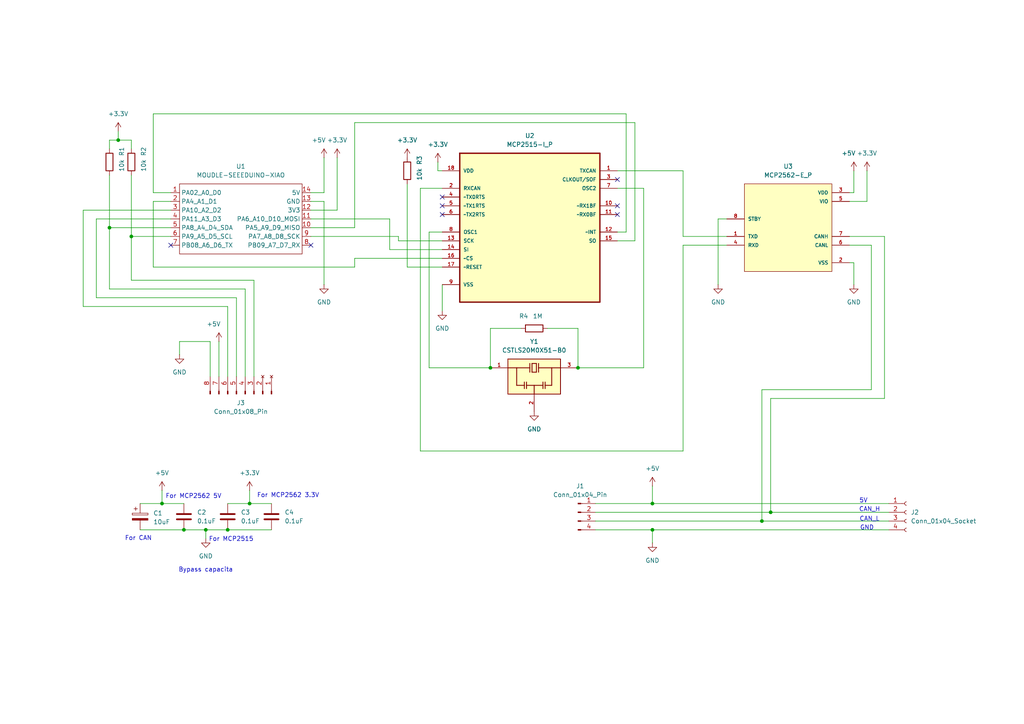
<source format=kicad_sch>
(kicad_sch (version 20231120) (generator "eeschema") (generator_version "8.0")
  (paper "A4")
  (title_block (title "情碁 碁盤") (date "2024-08-12") (rev "0.3") (company "合同会社もっけ技研") (comment 1 "設計者: 渥美 清隆"))
  (lib_symbols
    (symbol "CSTLS20M0X51-B0:CSTLS20M0X51-B0" (pin_names (offset 1.016))
      (property "Reference" "Y1" (at 0 10.16 0))
      (property "Value" "CSTLS20M0X51-B0" (at 0 7.62 0))
      (symbol "CSTLS20M0X51-B0_0_0"
        (rectangle (start -7.62 -5.08) (end 7.62 5.08) (stroke (width 0.254)) (fill (type background)))
        (polyline (pts (xy -7.62 2.54) (xy -5.08 2.54)) (stroke (width 0.254)))
        (polyline (pts (xy -5.08 -2.54) (xy -5.08 2.54)) (stroke (width 0.254)))
        (polyline (pts (xy -5.08 2.54) (xy -1.27 2.54)) (stroke (width 0.254)))
        (polyline (pts (xy -2.8575 -2.54) (xy -5.08 -2.54)) (stroke (width 0.254)))
        (polyline (pts (xy -2.8575 -2.54) (xy -2.8575 -3.4925)) (stroke (width 0.254)))
        (polyline (pts (xy -2.8575 -1.5875) (xy -2.8575 -2.54)) (stroke (width 0.254)))
        (polyline (pts (xy -2.2225 -2.54) (xy -2.2225 -3.4925)) (stroke (width 0.254)))
        (polyline (pts (xy -2.2225 -1.5875) (xy -2.2225 -2.54)) (stroke (width 0.254)))
        (polyline (pts (xy -1.27 2.54) (xy -1.27 1.27)) (stroke (width 0.254)))
        (polyline (pts (xy -1.27 3.81) (xy -1.27 2.54)) (stroke (width 0.254)))
        (polyline (pts (xy -0.635 1.27) (xy -0.635 3.81)) (stroke (width 0.254)))
        (polyline (pts (xy -0.635 3.81) (xy 0.635 3.81)) (stroke (width 0.254)))
        (polyline (pts (xy 0 -5.08) (xy 0 -2.54)) (stroke (width 0.254)))
        (polyline (pts (xy 0 -2.54) (xy -2.2225 -2.54)) (stroke (width 0.254)))
        (polyline (pts (xy 0 -2.54) (xy 2.54 -2.54)) (stroke (width 0.254)))
        (polyline (pts (xy 0.635 1.27) (xy -0.635 1.27)) (stroke (width 0.254)))
        (polyline (pts (xy 0.635 3.81) (xy 0.635 1.27)) (stroke (width 0.254)))
        (polyline (pts (xy 1.27 2.54) (xy 1.27 1.27)) (stroke (width 0.254)))
        (polyline (pts (xy 1.27 2.54) (xy 5.08 2.54)) (stroke (width 0.254)))
        (polyline (pts (xy 1.27 3.81) (xy 1.27 2.54)) (stroke (width 0.254)))
        (polyline (pts (xy 2.54 -2.54) (xy 2.54 -3.4925)) (stroke (width 0.254)))
        (polyline (pts (xy 2.54 -1.5875) (xy 2.54 -2.54)) (stroke (width 0.254)))
        (polyline (pts (xy 3.175 -2.54) (xy 3.175 -3.4925)) (stroke (width 0.254)))
        (polyline (pts (xy 3.175 -2.54) (xy 5.08 -2.54)) (stroke (width 0.254)))
        (polyline (pts (xy 3.175 -1.5875) (xy 3.175 -2.54)) (stroke (width 0.254)))
        (polyline (pts (xy 5.08 -2.54) (xy 5.08 2.54)) (stroke (width 0.254)))
        (polyline (pts (xy 5.08 2.54) (xy 7.62 2.54)) (stroke (width 0.254)))
        (pin output line (at -12.7 2.54 0) (length 5.08) (name "~") (number "1"))
        (pin power_in line (at 0 -10.16 90) (length 5.08) (name "~") (number "2"))
        (pin input line (at 12.7 2.54 180) (length 5.08) (name "~") (number "3"))
      )
    )
    (symbol "Connector:Conn_01x04_Pin" (pin_names (offset 1.016) hide)
      (property "Reference" "J1" (at 0.635 7.62 0))
      (property "Value" "Conn_01x04_Pin" (at 0.635 5.08 0))
      (symbol "Conn_01x04_Pin_1_1"
        (polyline (pts (xy 1.27 -5.08) (xy 0.8636 -5.08)) (stroke (width 0.1524)))
        (polyline (pts (xy 1.27 -2.54) (xy 0.8636 -2.54)) (stroke (width 0.1524)))
        (polyline (pts (xy 1.27 0) (xy 0.8636 0)) (stroke (width 0.1524)))
        (polyline (pts (xy 1.27 2.54) (xy 0.8636 2.54)) (stroke (width 0.1524)))
        (rectangle (start 0.8636 -4.953) (end 0 -5.207) (stroke (width 0.1524)) (fill (type outline)))
        (rectangle (start 0.8636 -2.413) (end 0 -2.667) (stroke (width 0.1524)) (fill (type outline)))
        (rectangle (start 0.8636 0.127) (end 0 -0.127) (stroke (width 0.1524)) (fill (type outline)))
        (rectangle (start 0.8636 2.667) (end 0 2.413) (stroke (width 0.1524)) (fill (type outline)))
        (pin power_in line (at 5.08 2.54 180) (length 3.81) (name "5V") (number "1"))
        (pin bidirectional line (at 5.08 0 180) (length 3.81) (name "CAN_H") (number "2"))
        (pin bidirectional line (at 5.08 -2.54 180) (length 3.81) (name "CAN_L") (number "3"))
        (pin power_in line (at 5.08 -5.08 180) (length 3.81) (name "GND") (number "4"))
      )
    )
    (symbol "Connector:Conn_01x04_Socket" (pin_names (offset 1.016) hide)
      (property "Reference" "J2" (at 1.27 0.0001 0))
      (property "Value" "Conn_01x04_Socket" (at 1.27 -2.5399 0))
      (symbol "Conn_01x04_Socket_1_1"
        (arc (start 0 -4.572) (mid -0.5058 -5.08) (end 0 -5.588) (stroke (width 0.1524)))
        (arc (start 0 -2.032) (mid -0.5058 -2.54) (end 0 -3.048) (stroke (width 0.1524)))
        (polyline (pts (xy -1.27 -5.08) (xy -0.508 -5.08)) (stroke (width 0.1524)))
        (polyline (pts (xy -1.27 -2.54) (xy -0.508 -2.54)) (stroke (width 0.1524)))
        (polyline (pts (xy -1.27 0) (xy -0.508 0)) (stroke (width 0.1524)))
        (polyline (pts (xy -1.27 2.54) (xy -0.508 2.54)) (stroke (width 0.1524)))
        (arc (start 0 0.508) (mid -0.5058 0) (end 0 -0.508) (stroke (width 0.1524)))
        (arc (start 0 3.048) (mid -0.5058 2.54) (end 0 2.032) (stroke (width 0.1524)))
        (pin power_out line (at -5.08 2.54 0) (length 3.81) (name "5V") (number "1"))
        (pin bidirectional line (at -5.08 0 0) (length 3.81) (name "CAN_H") (number "2"))
        (pin bidirectional line (at -5.08 -2.54 0) (length 3.81) (name "CAN_L") (number "3"))
        (pin power_out line (at -5.08 -5.08 0) (length 3.81) (name "GND") (number "4"))
      )
    )
    (symbol "Connector:Conn_01x08_Pin" (pin_names (offset 1.016) hide)
      (property "Reference" "J3" (at -2.54 -1.27 90))
      (property "Value" "Conn_01x08_Pin" (at -5.08 -1.27 90))
      (symbol "Conn_01x08_Pin_1_1"
        (polyline (pts (xy 1.27 -10.16) (xy 0.8636 -10.16)) (stroke (width 0.1524)))
        (polyline (pts (xy 1.27 -7.62) (xy 0.8636 -7.62)) (stroke (width 0.1524)))
        (polyline (pts (xy 1.27 -5.08) (xy 0.8636 -5.08)) (stroke (width 0.1524)))
        (polyline (pts (xy 1.27 -2.54) (xy 0.8636 -2.54)) (stroke (width 0.1524)))
        (polyline (pts (xy 1.27 0) (xy 0.8636 0)) (stroke (width 0.1524)))
        (polyline (pts (xy 1.27 2.54) (xy 0.8636 2.54)) (stroke (width 0.1524)))
        (polyline (pts (xy 1.27 5.08) (xy 0.8636 5.08)) (stroke (width 0.1524)))
        (polyline (pts (xy 1.27 7.62) (xy 0.8636 7.62)) (stroke (width 0.1524)))
        (rectangle (start 0.8636 -10.033) (end 0 -10.287) (stroke (width 0.1524)) (fill (type outline)))
        (rectangle (start 0.8636 -7.493) (end 0 -7.747) (stroke (width 0.1524)) (fill (type outline)))
        (rectangle (start 0.8636 -4.953) (end 0 -5.207) (stroke (width 0.1524)) (fill (type outline)))
        (rectangle (start 0.8636 -2.413) (end 0 -2.667) (stroke (width 0.1524)) (fill (type outline)))
        (rectangle (start 0.8636 0.127) (end 0 -0.127) (stroke (width 0.1524)) (fill (type outline)))
        (rectangle (start 0.8636 2.667) (end 0 2.413) (stroke (width 0.1524)) (fill (type outline)))
        (rectangle (start 0.8636 5.207) (end 0 4.953) (stroke (width 0.1524)) (fill (type outline)))
        (rectangle (start 0.8636 7.747) (end 0 7.493) (stroke (width 0.1524)) (fill (type outline)))
        (pin no_connect line (at 5.08 7.62 180) (length 3.81) (name "Pin_1") (number "1"))
        (pin no_connect line (at 5.08 5.08 180) (length 3.81) (name "Pin_2") (number "2"))
        (pin output line (at 5.08 2.54 180) (length 3.81) (name "Pin_3") (number "3"))
        (pin bidirectional line (at 5.08 0 180) (length 3.81) (name "Pin_4") (number "4"))
        (pin input line (at 5.08 -2.54 180) (length 3.81) (name "Pin_5") (number "5"))
        (pin output line (at 5.08 -5.08 180) (length 3.81) (name "Pin_6") (number "6"))
        (pin power_in line (at 5.08 -7.62 180) (length 3.81) (name "Pin_7") (number "7"))
        (pin power_in line (at 5.08 -10.16 180) (length 3.81) (name "Pin_8") (number "8"))
      )
    )
    (symbol "Device:C" (pin_numbers hide) (pin_names (offset 0.254))
      (property "Reference" "C" (at 0.635 2.54 0))
      (property "Value" "C" (at 0.635 -2.54 0))
      (symbol "C_0_1"
        (polyline (pts (xy -2.032 -0.762) (xy 2.032 -0.762)) (stroke (width 0.508)))
        (polyline (pts (xy -2.032 0.762) (xy 2.032 0.762)) (stroke (width 0.508)))
      )
      (symbol "C_1_1"
        (pin passive line (at 0 3.81 270) (length 2.794) (name "~") (number "1"))
        (pin passive line (at 0 -3.81 90) (length 2.794) (name "~") (number "2"))
      )
    )
    (symbol "Device:C_Polarized" (pin_numbers hide) (pin_names (offset 0.254))
      (property "Reference" "C" (at 0.635 2.54 0))
      (property "Value" "C_Polarized" (at 0.635 -2.54 0))
      (symbol "C_Polarized_0_1"
        (rectangle (start -2.286 0.508) (end 2.286 1.016))
        (polyline (pts (xy -1.778 2.286) (xy -0.762 2.286)))
        (polyline (pts (xy -1.27 2.794) (xy -1.27 1.778)))
        (rectangle (start 2.286 -0.508) (end -2.286 -1.016) (fill (type outline)))
      )
      (symbol "C_Polarized_1_1"
        (pin passive line (at 0 3.81 270) (length 2.794) (name "~") (number "1"))
        (pin passive line (at 0 -3.81 90) (length 2.794) (name "~") (number "2"))
      )
    )
    (symbol "Device:R" (pin_numbers hide) (pin_names (offset 0))
      (property "Reference" "R" (at 2.032 0 90))
      (property "Value" "R" (at 0 0 90))
      (symbol "R_0_1"
        (rectangle (start -1.016 -2.54) (end 1.016 2.54) (stroke (width 0.254)))
      )
      (symbol "R_1_1"
        (pin passive line (at 0 3.81 270) (length 1.27) (name "~") (number "1"))
        (pin passive line (at 0 -3.81 90) (length 1.27) (name "~") (number "2"))
      )
    )
    (symbol "MCP2515-I_P:MCP2515-I_P" (pin_names (offset 1.016))
      (property "Reference" "U" (at -5.1308 20.2692 0))
      (property "Value" "MCP2515-I_P" (at -5.2324 -29.718 0))
      (symbol "MCP2515-I_P_0_0"
        (rectangle (start -20.32 -25.4) (end 20.32 17.78) (stroke (width 0.4064)) (fill (type background)))
        (pin output line (at 25.4 12.7 180) (length 5.08) (name "TXCAN") (number "1"))
        (pin output line (at 25.4 2.54 180) (length 5.08) (name "~RX1BF") (number "10"))
        (pin output line (at 25.4 0 180) (length 5.08) (name "~RX0BF") (number "11"))
        (pin output line (at 25.4 -5.08 180) (length 5.08) (name "~INT") (number "12"))
        (pin input line (at -25.4 -7.62 0) (length 5.08) (name "SCK") (number "13"))
        (pin input line (at -25.4 -10.16 0) (length 5.08) (name "SI") (number "14"))
        (pin output line (at 25.4 -7.62 180) (length 5.08) (name "SO") (number "15"))
        (pin input line (at -25.4 -12.7 0) (length 5.08) (name "~CS") (number "16"))
        (pin input line (at -25.4 -15.24 0) (length 5.08) (name "~RESET") (number "17"))
        (pin power_in line (at -25.4 12.7 0) (length 5.08) (name "VDD") (number "18"))
        (pin input line (at -25.4 7.62 0) (length 5.08) (name "RXCAN") (number "2"))
        (pin output line (at 25.4 10.16 180) (length 5.08) (name "CLKOUT/SOF") (number "3"))
        (pin input line (at -25.4 5.08 0) (length 5.08) (name "~TX0RTS") (number "4"))
        (pin input line (at -25.4 2.54 0) (length 5.08) (name "~TX1RTS") (number "5"))
        (pin input line (at -25.4 0 0) (length 5.08) (name "~TX2RTS") (number "6"))
        (pin output line (at 25.4 7.62 180) (length 5.08) (name "OSC2") (number "7"))
        (pin input line (at -25.4 -5.08 0) (length 5.08) (name "OSC1") (number "8"))
        (pin power_in line (at -25.4 -20.32 0) (length 5.08) (name "VSS") (number "9"))
      )
    )
    (symbol "MCP2562-E_P:MCP2562-E_P" (pin_names (offset 1.016))
      (property "Reference" "U" (at -12.7 12.7 0))
      (property "Value" "MCP2562-E_P" (at -12.7 -15.24 0))
      (symbol "MCP2562-E_P_0_0"
        (rectangle (start -12.7 -12.7) (end 12.7 12.7) (stroke (width 0.1524)) (fill (type background)))
        (pin input line (at -17.78 -2.54 0) (length 5.08) (name "TXD") (number "1"))
        (pin power_in line (at 17.78 -10.16 180) (length 5.08) (name "VSS") (number "2"))
        (pin power_in line (at 17.78 10.16 180) (length 5.08) (name "VDD") (number "3"))
        (pin output line (at -17.78 -5.08 0) (length 5.08) (name "RXD") (number "4"))
        (pin power_in line (at 17.78 7.62 180) (length 5.08) (name "VIO") (number "5"))
        (pin bidirectional line (at 17.78 -5.08 180) (length 5.08) (name "CANL") (number "6"))
        (pin bidirectional line (at 17.78 -2.54 180) (length 5.08) (name "CANH") (number "7"))
        (pin input line (at -17.78 2.54 0) (length 5.08) (name "STBY") (number "8"))
      )
    )
    (symbol "MOUDLE-SEEEDUINO-XIAO:MOUDLE-SEEEDUINO-XIAO"
      (property "Reference" "U1" (at 1.27 15.24 0))
      (property "Value" "MOUDLE-SEEEDUINO-XIAO" (at 1.27 12.7 0))
      (symbol "MOUDLE-SEEEDUINO-XIAO_0_1"
        (rectangle (start -16.51 10.16) (end 19.05 -10.16))
      )
      (symbol "MOUDLE-SEEEDUINO-XIAO_1_1"
        (pin input line (at -19.05 7.62 0) (length 2.54) (name "PA02_A0_D0") (number "1"))
        (pin input line (at 21.59 -2.54 180) (length 2.54) (name "PA5_A9_D9_MISO") (number "10"))
        (pin output line (at 21.59 0 180) (length 2.54) (name "PA6_A10_D10_MOSI") (number "11"))
        (pin power_out line (at 21.59 2.54 180) (length 2.54) (name "3V3") (number "12"))
        (pin power_in line (at 21.59 5.08 180) (length 2.54) (name "GND") (number "13"))
        (pin power_in line (at 21.59 7.62 180) (length 2.54) (name "5V") (number "14"))
        (pin output line (at -19.05 5.08 0) (length 2.54) (name "PA4_A1_D1") (number "2"))
        (pin input line (at -19.05 2.54 0) (length 2.54) (name "PA10_A2_D2") (number "3"))
        (pin output line (at -19.05 0 0) (length 2.54) (name "PA11_A3_D3") (number "4"))
        (pin bidirectional line (at -19.05 -2.54 0) (length 2.54) (name "PA8_A4_D4_SDA") (number "5"))
        (pin input line (at -19.05 -5.08 0) (length 2.54) (name "PA9_A5_D5_SCL") (number "6"))
        (pin passive line (at -19.05 -7.62 0) (length 2.54) (name "PB08_A6_D6_TX") (number "7"))
        (pin passive line (at 21.59 -7.62 180) (length 2.54) (name "PB09_A7_D7_RX") (number "8"))
        (pin output line (at 21.59 -5.08 180) (length 2.54) (name "PA7_A8_D8_SCK") (number "9"))
      )
    )
    (symbol "power:+3.3V" (power) (pin_numbers hide) (pin_names (offset 0) hide)
      (property "Value" "+3.3V" (at 0 3.556 0))
      (symbol "+3.3V_0_1"
        (polyline (pts (xy -0.762 1.27) (xy 0 2.54)))
        (polyline (pts (xy 0 0) (xy 0 2.54)))
        (polyline (pts (xy 0 2.54) (xy 0.762 1.27)))
      )
      (symbol "+3.3V_1_1"
        (pin power_in line (at 0 0 90) (length 0) (name "~") (number "1"))
      )
    )
    (symbol "power:+5V" (power) (pin_numbers hide) (pin_names (offset 0) hide)
      (property "Value" "+5V" (at 0 3.556 0))
      (symbol "+5V_0_1"
        (polyline (pts (xy -0.762 1.27) (xy 0 2.54)))
        (polyline (pts (xy 0 0) (xy 0 2.54)))
        (polyline (pts (xy 0 2.54) (xy 0.762 1.27)))
      )
      (symbol "+5V_1_1"
        (pin power_in line (at 0 0 90) (length 0) (name "~") (number "1"))
      )
    )
    (symbol "power:GND" (power) (pin_numbers hide) (pin_names (offset 0) hide)
      (property "Value" "GND" (at 0 -3.81 0))
      (symbol "GND_0_1"
        (polyline (pts (xy 0 0) (xy 0 -1.27) (xy 1.27 -1.27) (xy 0 -2.54) (xy -1.27 -1.27) (xy 0 -1.27)))
      )
      (symbol "GND_1_1"
        (pin power_in line (at 0 0 270) (length 0) (name "~") (number "1"))
      )
    )
  )
  (junction (at 59.69 153.67))
  (junction (at 220.98 151.13))
  (junction (at 189.23 146.05))
  (junction (at 72.39 146.05))
  (junction (at 34.29 40.64))
  (junction (at 189.23 153.67))
  (junction (at 38.1 68.58))
  (junction (at 223.52 148.59))
  (junction (at 46.99 146.05))
  (junction (at 167.64 106.68))
  (junction (at 66.04 153.67))
  (junction (at 142.24 106.68))
  (junction (at 53.34 153.67))
  (junction (at 31.75 66.04))
  (no_connect (at 179.07 59.69))
  (no_connect (at 179.07 52.07))
  (no_connect (at 128.27 57.15))
  (no_connect (at 90.17 71.12))
  (no_connect (at 128.27 62.23))
  (no_connect (at 128.27 59.69))
  (no_connect (at 49.53 71.12))
  (no_connect (at 179.07 62.23))
  (wire (pts (xy 44.45 77.47) (xy 44.45 58.42)))
  (wire (pts (xy 44.45 58.42) (xy 49.53 58.42)))
  (wire (pts (xy 102.87 74.93) (xy 102.87 77.47)))
  (wire (pts (xy 27.94 63.5) (xy 49.53 63.5)))
  (wire (pts (xy 31.75 66.04) (xy 49.53 66.04)))
  (wire (pts (xy 158.75 95.25) (xy 167.64 95.25)))
  (wire (pts (xy 167.64 106.68) (xy 167.64 95.25)))
  (wire (pts (xy 246.38 68.58) (xy 256.54 68.58)))
  (wire (pts (xy 210.82 63.5) (xy 208.28 63.5)))
  (wire (pts (xy 247.65 55.88) (xy 247.65 49.53)))
  (wire (pts (xy 172.72 148.59) (xy 223.52 148.59)))
  (wire (pts (xy 44.45 33.02) (xy 181.61 33.02)))
  (wire (pts (xy 220.98 151.13) (xy 257.81 151.13)))
  (wire (pts (xy 40.64 153.67) (xy 53.34 153.67)))
  (wire (pts (xy 115.57 69.85) (xy 128.27 69.85)))
  (wire (pts (xy 252.73 71.12) (xy 252.73 113.03)))
  (wire (pts (xy 59.69 153.67) (xy 66.04 153.67)))
  (wire (pts (xy 181.61 67.31) (xy 179.07 67.31)))
  (wire (pts (xy 208.28 63.5) (xy 208.28 82.55)))
  (wire (pts (xy 246.38 55.88) (xy 247.65 55.88)))
  (wire (pts (xy 90.17 60.96) (xy 97.79 60.96)))
  (wire (pts (xy 198.12 71.12) (xy 210.82 71.12)))
  (wire (pts (xy 246.38 71.12) (xy 252.73 71.12)))
  (wire (pts (xy 223.52 148.59) (xy 257.81 148.59)))
  (wire (pts (xy 97.79 60.96) (xy 97.79 45.72)))
  (wire (pts (xy 184.15 35.56) (xy 184.15 69.85)))
  (wire (pts (xy 128.27 74.93) (xy 102.87 74.93)))
  (wire (pts (xy 73.66 81.28) (xy 73.66 109.22)))
  (wire (pts (xy 223.52 115.57) (xy 223.52 148.59)))
  (wire (pts (xy 124.46 106.68) (xy 124.46 67.31)))
  (wire (pts (xy 31.75 43.18) (xy 31.75 40.64)))
  (wire (pts (xy 121.92 54.61) (xy 121.92 130.81)))
  (wire (pts (xy 198.12 68.58) (xy 210.82 68.58)))
  (wire (pts (xy 256.54 115.57) (xy 223.52 115.57)))
  (wire (pts (xy 93.98 58.42) (xy 93.98 82.55)))
  (wire (pts (xy 220.98 113.03) (xy 220.98 151.13)))
  (wire (pts (xy 142.24 106.68) (xy 124.46 106.68)))
  (wire (pts (xy 198.12 49.53) (xy 198.12 68.58)))
  (wire (pts (xy 71.12 109.22) (xy 71.12 83.82)))
  (wire (pts (xy 90.17 66.04) (xy 102.87 66.04)))
  (wire (pts (xy 186.69 54.61) (xy 179.07 54.61)))
  (wire (pts (xy 93.98 55.88) (xy 93.98 45.72)))
  (wire (pts (xy 40.64 146.05) (xy 46.99 146.05)))
  (wire (pts (xy 189.23 140.97) (xy 189.23 146.05)))
  (wire (pts (xy 38.1 68.58) (xy 49.53 68.58)))
  (wire (pts (xy 198.12 130.81) (xy 198.12 71.12)))
  (wire (pts (xy 52.07 99.06) (xy 52.07 102.87)))
  (wire (pts (xy 181.61 33.02) (xy 181.61 67.31)))
  (wire (pts (xy 68.58 86.36) (xy 27.94 86.36)))
  (wire (pts (xy 31.75 50.8) (xy 31.75 66.04)))
  (wire (pts (xy 189.23 153.67) (xy 189.23 157.48)))
  (wire (pts (xy 38.1 68.58) (xy 38.1 81.28)))
  (wire (pts (xy 252.73 113.03) (xy 220.98 113.03)))
  (wire (pts (xy 113.03 72.39) (xy 128.27 72.39)))
  (wire (pts (xy 34.29 38.1) (xy 34.29 40.64)))
  (wire (pts (xy 46.99 146.05) (xy 53.34 146.05)))
  (wire (pts (xy 31.75 40.64) (xy 34.29 40.64)))
  (wire (pts (xy 184.15 69.85) (xy 179.07 69.85)))
  (wire (pts (xy 53.34 153.67) (xy 59.69 153.67)))
  (wire (pts (xy 172.72 153.67) (xy 189.23 153.67)))
  (wire (pts (xy 128.27 54.61) (xy 121.92 54.61)))
  (wire (pts (xy 73.66 81.28) (xy 38.1 81.28)))
  (wire (pts (xy 179.07 49.53) (xy 198.12 49.53)))
  (wire (pts (xy 27.94 86.36) (xy 27.94 63.5)))
  (wire (pts (xy 46.99 142.24) (xy 46.99 146.05)))
  (wire (pts (xy 59.69 153.67) (xy 59.69 156.21)))
  (wire (pts (xy 71.12 83.82) (xy 31.75 83.82)))
  (wire (pts (xy 90.17 55.88) (xy 93.98 55.88)))
  (wire (pts (xy 68.58 109.22) (xy 68.58 86.36)))
  (wire (pts (xy 167.64 106.68) (xy 186.69 106.68)))
  (wire (pts (xy 60.96 99.06) (xy 60.96 109.22)))
  (wire (pts (xy 246.38 76.2) (xy 247.65 76.2)))
  (wire (pts (xy 60.96 99.06) (xy 52.07 99.06)))
  (wire (pts (xy 172.72 151.13) (xy 220.98 151.13)))
  (wire (pts (xy 121.92 130.81) (xy 198.12 130.81)))
  (wire (pts (xy 66.04 146.05) (xy 72.39 146.05)))
  (wire (pts (xy 128.27 82.55) (xy 128.27 90.17)))
  (wire (pts (xy 186.69 106.68) (xy 186.69 54.61)))
  (wire (pts (xy 90.17 68.58) (xy 115.57 68.58)))
  (wire (pts (xy 38.1 40.64) (xy 38.1 43.18)))
  (wire (pts (xy 102.87 35.56) (xy 184.15 35.56)))
  (wire (pts (xy 66.04 109.22) (xy 66.04 88.9)))
  (wire (pts (xy 90.17 58.42) (xy 93.98 58.42)))
  (wire (pts (xy 24.13 88.9) (xy 24.13 60.96)))
  (wire (pts (xy 66.04 88.9) (xy 24.13 88.9)))
  (wire (pts (xy 124.46 67.31) (xy 128.27 67.31)))
  (wire (pts (xy 142.24 95.25) (xy 151.13 95.25)))
  (wire (pts (xy 142.24 106.68) (xy 142.24 95.25)))
  (wire (pts (xy 251.46 58.42) (xy 251.46 49.53)))
  (wire (pts (xy 66.04 153.67) (xy 78.74 153.67)))
  (wire (pts (xy 246.38 58.42) (xy 251.46 58.42)))
  (wire (pts (xy 128.27 49.53) (xy 127 49.53)))
  (wire (pts (xy 63.5 99.06) (xy 63.5 109.22)))
  (wire (pts (xy 128.27 77.47) (xy 118.11 77.47)))
  (wire (pts (xy 247.65 76.2) (xy 247.65 82.55)))
  (wire (pts (xy 189.23 146.05) (xy 257.81 146.05)))
  (wire (pts (xy 72.39 142.24) (xy 72.39 146.05)))
  (wire (pts (xy 115.57 68.58) (xy 115.57 69.85)))
  (wire (pts (xy 102.87 77.47) (xy 44.45 77.47)))
  (wire (pts (xy 31.75 66.04) (xy 31.75 83.82)))
  (wire (pts (xy 113.03 63.5) (xy 113.03 72.39)))
  (wire (pts (xy 34.29 40.64) (xy 38.1 40.64)))
  (wire (pts (xy 127 49.53) (xy 127 46.99)))
  (wire (pts (xy 24.13 60.96) (xy 49.53 60.96)))
  (wire (pts (xy 118.11 77.47) (xy 118.11 53.34)))
  (wire (pts (xy 44.45 55.88) (xy 44.45 33.02)))
  (wire (pts (xy 172.72 146.05) (xy 189.23 146.05)))
  (wire (pts (xy 38.1 50.8) (xy 38.1 68.58)))
  (wire (pts (xy 189.23 153.67) (xy 257.81 153.67)))
  (wire (pts (xy 72.39 146.05) (xy 78.74 146.05)))
  (wire (pts (xy 49.53 55.88) (xy 44.45 55.88)))
  (wire (pts (xy 256.54 68.58) (xy 256.54 115.57)))
  (wire (pts (xy 102.87 66.04) (xy 102.87 35.56)))
  (wire (pts (xy 90.17 63.5) (xy 113.03 63.5)))
  (text "For CAN" (at 40.132 156.21 0) (effects (font (size 1.27 1.27))))
  (text "For MCP2515" (at 67.056 156.464 0) (effects (font (size 1.27 1.27))))
  (text "For MCP2562 3.3V\n" (at 83.566 143.764 0) (effects (font (size 1.27 1.27))))
  (text "GND\n" (at 251.46 153.162 0) (effects (font (size 1.27 1.27))))
  (text "Bypass capacita\n" (at 59.69 165.354 0) (effects (font (size 1.27 1.27))))
  (text "CAN_H" (at 252.222 147.828 0) (effects (font (size 1.27 1.27))))
  (text "CAN_L\n" (at 252.222 150.622 0) (effects (font (size 1.27 1.27))))
  (text "5V" (at 250.444 145.288 0) (effects (font (size 1.27 1.27))))
  (text "For MCP2562 5V" (at 56.134 144.018 0) (effects (font (size 1.27 1.27))))
  (symbol (lib_id "Device:C_Polarized") (at 40.64 149.86 0) (unit 1)
    (property "Reference" "C1" (at 44.45 148.844 0) (effects (justify left)))
    (property "Value" "10uF" (at 44.45 151.384 0) (effects (justify left)))
    (property "Footprint" "Capacitor_THT:CP_Radial_D4.0mm_P1.50mm" (effects (hide yes)))
    (property "Description" "Polarized capacitor" (effects (hide yes)))
  )
  (symbol (lib_id "Device:C") (at 66.04 149.86 0) (unit 1)
    (property "Reference" "C3" (at 69.85 148.5899 0) (effects (justify left)))
    (property "Value" "0.1uF" (at 69.85 151.1299 0) (effects (justify left)))
    (property "Footprint" "Capacitor_THT:C_Disc_D3.8mm_W2.6mm_P2.50mm" (effects (hide yes)))
    (property "Description" "Unpolarized capacitor" (effects (hide yes)))
  )
  (symbol (lib_id "power:GND") (at 59.69 156.21 0) (unit 1)
    (property "Reference" "#PWR04" (effects (hide yes)))
    (property "Value" "GND" (at 59.69 161.29 0))
    (property "Description" "Power symbol creates a global label with name \"GND\" , ground" (effects (hide yes)))
  )
  (symbol (lib_id "power:GND") (at 93.98 82.55 0) (unit 1)
    (property "Reference" "#PWR08" (effects (hide yes)))
    (property "Value" "GND" (at 93.98 87.63 0))
    (property "Description" "Power symbol creates a global label with name \"GND\" , ground" (effects (hide yes)))
  )
  (symbol (lib_id "CSTLS20M0X51-B0:CSTLS20M0X51-B0") (at 154.94 109.22 0) (unit 1)
    (property "Reference" "Y1" (at 154.94 99.06 0))
    (property "Value" "CSTLS20M0X51-B0" (at 154.94 101.6 0))
    (property "Footprint" "CSTLS20M0X51-B0:OSC_CSTLS20M0X51-B0" (effects (hide yes)))
    (property "MF" "Murata Electronics" (effects (hide yes)))
    (property "MAXIMUM_PACKAGE_HEIGHT" "7.00mm" (effects (hide yes)))
    (property "Package" "RADIAL-3 Murata" (effects (hide yes)))
    (property "Price" "None" (effects (hide yes)))
    (property "Check_prices" "https://www.snapeda.com/parts/CSTLS20M0X51-B0/Murata+Electronics+North+America/view-part/?ref=eda" (effects (hide yes)))
    (property "STANDARD" "IPC-7351B" (effects (hide yes)))
    (property "PARTREV" "March 23, 2017" (effects (hide yes)))
    (property "SnapEDA_Link" "https://www.snapeda.com/parts/CSTLS20M0X51-B0/Murata+Electronics+North+America/view-part/?ref=snap" (effects (hide yes)))
    (property "MP" "CSTLS20M0X51-B0" (effects (hide yes)))
    (property "Description_1" "\n20 MHz Ceramic Resonator Built in Capacitor 5 pF ±0.2% -20°C ~ 80°C Through Hole\n" (effects (hide yes)))
    (property "Availability" "In Stock" (effects (hide yes)))
    (property "MANUFACTURER" "Murata" (effects (hide yes)))
  )
  (symbol (lib_id "Connector:Conn_01x08_Pin") (at 71.12 114.3 270) (mirror x) (unit 1)
    (property "Reference" "J3" (at 69.85 116.84 90))
    (property "Value" "Conn_01x08_Pin" (at 69.85 119.38 90))
    (property "Footprint" "Connector_PinHeader_2.54mm:PinHeader_1x08_P2.54mm_Vertical" (effects (hide yes)))
    (property "Description" "Generic connector, single row, 01x08, script generated" (effects (hide yes)))
  )
  (symbol (lib_id "power:GND") (at 128.27 90.17 0) (unit 1)
    (property "Reference" "#PWR019" (effects (hide yes)))
    (property "Value" "GND" (at 128.27 95.25 0))
    (property "Description" "Power symbol creates a global label with name \"GND\" , ground" (effects (hide yes)))
  )
  (symbol (lib_id "power:GND") (at 189.23 157.48 0) (unit 1)
    (property "Reference" "#PWR02" (effects (hide yes)))
    (property "Value" "GND" (at 189.23 162.56 0))
    (property "Description" "Power symbol creates a global label with name \"GND\" , ground" (effects (hide yes)))
  )
  (symbol (lib_id "MCP2515-I_P:MCP2515-I_P") (at 153.67 62.23 0) (unit 1)
    (property "Reference" "U2" (at 153.67 39.37 0))
    (property "Value" "MCP2515-I_P" (at 153.67 41.91 0))
    (property "Footprint" "MCP2515-I_P:DIP254P762X432-18" (effects (hide yes)))
    (property "MF" "Microchip" (effects (hide yes)))
    (property "DESCRIPTION" "CAN CONTRL" (effects (hide yes)))
    (property "PACKAGE" "PDIP-18" (effects (hide yes)))
    (property "MPN" "MCP2515-I/P" (effects (hide yes)))
    (property "Price" "None" (effects (hide yes)))
    (property "Package" "DIP-18 Microchip" (effects (hide yes)))
    (property "Check_prices" "https://www.snapeda.com/parts/MCP2515-I/P/Microchip/view-part/?ref=eda" (effects (hide yes)))
    (property "OC_FARNELL" "1439391" (effects (hide yes)))
    (property "SnapEDA_Link" "https://www.snapeda.com/parts/MCP2515-I/P/Microchip/view-part/?ref=snap" (effects (hide yes)))
    (property "MP" "MCP2515-I/P" (effects (hide yes)))
    (property "SUPPLIER" "MICROCHIP" (effects (hide yes)))
    (property "OC_NEWARK" "61K2945" (effects (hide yes)))
    (property "Availability" "In Stock" (effects (hide yes)))
    (property "Description_1" "\nMicrochip MCP2515-I/P, CAN Controller 1Mbit/s CAN 2.0B, 18-Pin PDIP | Microchip Technology Inc. MCP2515-I/P\n" (effects (hide yes)))
  )
  (symbol (lib_id "Device:R") (at 31.75 46.99 180) (unit 1)
    (property "Reference" "R1" (at 35.306 43.942 90))
    (property "Value" "10k" (at 35.306 48.006 90))
    (property "Footprint" "Resistor_THT:R_Axial_DIN0207_L6.3mm_D2.5mm_P10.16mm_Horizontal" (effects (hide yes)))
    (property "Description" "Resistor" (effects (hide yes)))
  )
  (symbol (lib_id "power:+5V") (at 46.99 142.24 0) (unit 1)
    (property "Reference" "#PWR03" (effects (hide yes)))
    (property "Value" "+5V" (at 46.99 137.16 0))
    (property "Description" "Power symbol creates a global label with name \"+5V\"" (effects (hide yes)))
  )
  (symbol (lib_id "power:+3.3V") (at 34.29 38.1 0) (unit 1)
    (property "Reference" "#PWR09" (effects (hide yes)))
    (property "Value" "+3.3V" (at 34.29 33.02 0))
    (property "Description" "Power symbol creates a global label with name \"+3.3V\"" (effects (hide yes)))
  )
  (symbol (lib_id "power:+5V") (at 189.23 140.97 0) (unit 1)
    (property "Reference" "#PWR01" (effects (hide yes)))
    (property "Value" "+5V" (at 189.23 135.89 0))
    (property "Description" "Power symbol creates a global label with name \"+5V\"" (effects (hide yes)))
  )
  (symbol (lib_id "power:GND") (at 208.28 82.55 0) (unit 1)
    (property "Reference" "#PWR013" (effects (hide yes)))
    (property "Value" "GND" (at 208.28 87.63 0))
    (property "Description" "Power symbol creates a global label with name \"GND\" , ground" (effects (hide yes)))
  )
  (symbol (lib_id "power:+3.3V") (at 97.79 45.72 0) (unit 1)
    (property "Reference" "#PWR07" (effects (hide yes)))
    (property "Value" "+3.3V" (at 97.79 40.64 0))
    (property "Description" "Power symbol creates a global label with name \"+3.3V\"" (effects (hide yes)))
  )
  (symbol (lib_id "power:GND") (at 154.94 119.38 0) (unit 1)
    (property "Reference" "#PWR012" (effects (hide yes)))
    (property "Value" "GND" (at 154.94 124.46 0))
    (property "Description" "Power symbol creates a global label with name \"GND\" , ground" (effects (hide yes)))
  )
  (symbol (lib_id "power:+5V") (at 247.65 49.53 0) (unit 1)
    (property "Reference" "#PWR015" (effects (hide yes)))
    (property "Value" "+5V" (at 246.126 44.45 0))
    (property "Description" "Power symbol creates a global label with name \"+5V\"" (effects (hide yes)))
  )
  (symbol (lib_id "Device:R") (at 154.94 95.25 270) (unit 1)
    (property "Reference" "R4" (at 151.892 91.694 90))
    (property "Value" "1M" (at 155.956 91.694 90))
    (property "Footprint" "Resistor_THT:R_Axial_DIN0207_L6.3mm_D2.5mm_P10.16mm_Horizontal" (effects (hide yes)))
    (property "Description" "Resistor" (effects (hide yes)))
  )
  (symbol (lib_id "power:+5V") (at 93.98 45.72 0) (unit 1)
    (property "Reference" "#PWR06" (effects (hide yes)))
    (property "Value" "+5V" (at 92.456 40.64 0))
    (property "Description" "Power symbol creates a global label with name \"+5V\"" (effects (hide yes)))
  )
  (symbol (lib_id "Device:R") (at 118.11 49.53 180) (unit 1)
    (property "Reference" "R3" (at 121.666 46.482 90))
    (property "Value" "10k" (at 121.666 50.546 90))
    (property "Footprint" "Resistor_THT:R_Axial_DIN0207_L6.3mm_D2.5mm_P10.16mm_Horizontal" (effects (hide yes)))
    (property "Description" "Resistor" (effects (hide yes)))
  )
  (symbol (lib_id "Connector:Conn_01x04_Socket") (at 262.89 148.59 0) (unit 1)
    (property "Reference" "J2" (at 264.16 148.5899 0) (effects (justify left)))
    (property "Value" "Conn_01x04_Socket" (at 264.16 151.1299 0) (effects (justify left)))
    (property "Footprint" "Connector_PinSocket_2.54mm:PinSocket_1x04_P2.54mm_Horizontal" (effects (hide yes)))
    (property "Description" "Generic connector, single row, 01x04, script generated" (effects (hide yes)))
  )
  (symbol (lib_id "Connector:Conn_01x04_Pin") (at 167.64 148.59 0) (unit 1)
    (property "Reference" "J1" (at 168.275 140.97 0))
    (property "Value" "Conn_01x04_Pin" (at 168.275 143.51 0))
    (property "Footprint" "Connector_PinHeader_2.54mm:PinHeader_1x04_P2.54mm_Horizontal" (effects (hide yes)))
    (property "Description" "Generic connector, single row, 01x04, script generated" (effects (hide yes)))
  )
  (symbol (lib_id "MCP2562-E_P:MCP2562-E_P") (at 228.6 66.04 0) (unit 1)
    (property "Reference" "U3" (at 228.6 48.26 0))
    (property "Value" "MCP2562-E_P" (at 228.6 50.8 0))
    (property "Footprint" "MCP2562-E_P:DIP787W45P254L1016H533Q8" (effects (hide yes)))
    (property "B_NOM" "0.457" (effects (hide yes)))
    (property "D_MAX" "10.16" (effects (hide yes)))
    (property "E1_NOM" "6.604" (effects (hide yes)))
    (property "E1_MIN" "6.096" (effects (hide yes)))
    (property "B_MAX" "0.559" (effects (hide yes)))
    (property "Description_1" "\nMicrochip MCP2562-E/P, CAN Transceiver 1-channel IEC 61000-4-2, 8-Pin PDIP | Microchip Technology Inc. MCP2562-E/P\n" (effects (hide yes)))
    (property "Price" "None" (effects (hide yes)))
    (property "ENOM" "2.54" (effects (hide yes)))
    (property "D_NOM" "9.5" (effects (hide yes)))
    (property "Purchase-URL" "https://www.snapeda.com/api/url_track_click_mouser/?unipart_id=290285&manufacturer=Microchip&part_name=MCP2562-E/P&search_term=mcp2562" (effects (hide yes)))
    (property "A_MAX" "5.33" (effects (hide yes)))
    (property "Package" "DIP-8 Microchip" (effects (hide yes)))
    (property "A_NOM" "5.33" (effects (hide yes)))
    (property "Check_prices" "https://www.snapeda.com/parts/MCP2562-E/P/Microchip/view-part/?ref=eda" (effects (hide yes)))
    (property "A_MIN" "5.33" (effects (hide yes)))
    (property "STANDARD" "IPC 7251" (effects (hide yes)))
    (property "PARTREV" "C" (effects (hide yes)))
    (property "SnapEDA_Link" "https://www.snapeda.com/parts/MCP2562-E/P/Microchip/view-part/?ref=snap" (effects (hide yes)))
    (property "E_NOM" "8.255" (effects (hide yes)))
    (property "B_MIN" "0.355" (effects (hide yes)))
    (property "PIN_COUNT" "8.0" (effects (hide yes)))
    (property "MANUFACTURER" "Microchip" (effects (hide yes)))
    (property "MF" "Microchip" (effects (hide yes)))
    (property "MAXIMUM_PACKAGE_HEIGHT" "5.33mm" (effects (hide yes)))
    (property "E1_MAX" "7.112" (effects (hide yes)))
    (property "D_MIN" "8.839" (effects (hide yes)))
    (property "MP" "MCP2562-E/P" (effects (hide yes)))
    (property "Availability" "In Stock" (effects (hide yes)))
  )
  (symbol (lib_id "power:+5V") (at 63.5 99.06 0) (unit 1)
    (property "Reference" "#PWR018" (effects (hide yes)))
    (property "Value" "+5V" (at 61.976 93.98 0))
    (property "Description" "Power symbol creates a global label with name \"+5V\"" (effects (hide yes)))
  )
  (symbol (lib_id "power:+3.3V") (at 72.39 142.24 0) (unit 1)
    (property "Reference" "#PWR05" (effects (hide yes)))
    (property "Value" "+3.3V" (at 72.39 137.16 0))
    (property "Description" "Power symbol creates a global label with name \"+3.3V\"" (effects (hide yes)))
  )
  (symbol (lib_id "power:+3.3V") (at 127 46.99 0) (unit 1)
    (property "Reference" "#PWR011" (effects (hide yes)))
    (property "Value" "+3.3V" (at 127 41.91 0))
    (property "Description" "Power symbol creates a global label with name \"+3.3V\"" (effects (hide yes)))
  )
  (symbol (lib_id "power:GND") (at 247.65 82.55 0) (unit 1)
    (property "Reference" "#PWR014" (effects (hide yes)))
    (property "Value" "GND" (at 247.65 87.63 0))
    (property "Description" "Power symbol creates a global label with name \"GND\" , ground" (effects (hide yes)))
  )
  (symbol (lib_id "Device:C") (at 53.34 149.86 0) (unit 1)
    (property "Reference" "C2" (at 57.15 148.5899 0) (effects (justify left)))
    (property "Value" "0.1uF" (at 57.15 151.1299 0) (effects (justify left)))
    (property "Footprint" "Capacitor_THT:C_Disc_D3.8mm_W2.6mm_P2.50mm" (effects (hide yes)))
    (property "Description" "Unpolarized capacitor" (effects (hide yes)))
  )
  (symbol (lib_id "Device:R") (at 38.1 46.99 180) (unit 1)
    (property "Reference" "R2" (at 41.656 43.942 90))
    (property "Value" "10k" (at 41.656 48.006 90))
    (property "Footprint" "Resistor_THT:R_Axial_DIN0207_L6.3mm_D2.5mm_P10.16mm_Horizontal" (effects (hide yes)))
    (property "Description" "Resistor" (effects (hide yes)))
  )
  (symbol (lib_id "Device:C") (at 78.74 149.86 0) (unit 1)
    (property "Reference" "C4" (at 82.55 148.5899 0) (effects (justify left)))
    (property "Value" "0.1uF" (at 82.55 151.1299 0) (effects (justify left)))
    (property "Footprint" "Capacitor_THT:C_Disc_D3.8mm_W2.6mm_P2.50mm" (effects (hide yes)))
    (property "Description" "Unpolarized capacitor" (effects (hide yes)))
  )
  (symbol (lib_id "MOUDLE-SEEEDUINO-XIAO:MOUDLE-SEEEDUINO-XIAO") (at 68.58 63.5 0) (unit 1)
    (property "Reference" "U1" (at 69.85 48.26 0))
    (property "Value" "MOUDLE-SEEEDUINO-XIAO" (at 69.85 50.8 0))
    (property "Footprint" "XIAO_PCB:MOUDLE14P-SMD-2.54-21X17.8MM" (effects (hide yes)))
  )
  (symbol (lib_id "power:+3.3V") (at 118.11 45.72 0) (unit 1)
    (property "Reference" "#PWR010" (effects (hide yes)))
    (property "Value" "+3.3V" (at 118.11 40.64 0))
    (property "Description" "Power symbol creates a global label with name \"+3.3V\"" (effects (hide yes)))
  )
  (symbol (lib_id "power:GND") (at 52.07 102.87 0) (unit 1)
    (property "Reference" "#PWR017" (effects (hide yes)))
    (property "Value" "GND" (at 52.07 107.95 0))
    (property "Description" "Power symbol creates a global label with name \"GND\" , ground" (effects (hide yes)))
  )
  (symbol (lib_id "power:+3.3V") (at 251.46 49.53 0) (unit 1)
    (property "Reference" "#PWR016" (effects (hide yes)))
    (property "Value" "+3.3V" (at 251.46 44.45 0))
    (property "Description" "Power symbol creates a global label with name \"+3.3V\"" (effects (hide yes)))
  )
)
</source>
